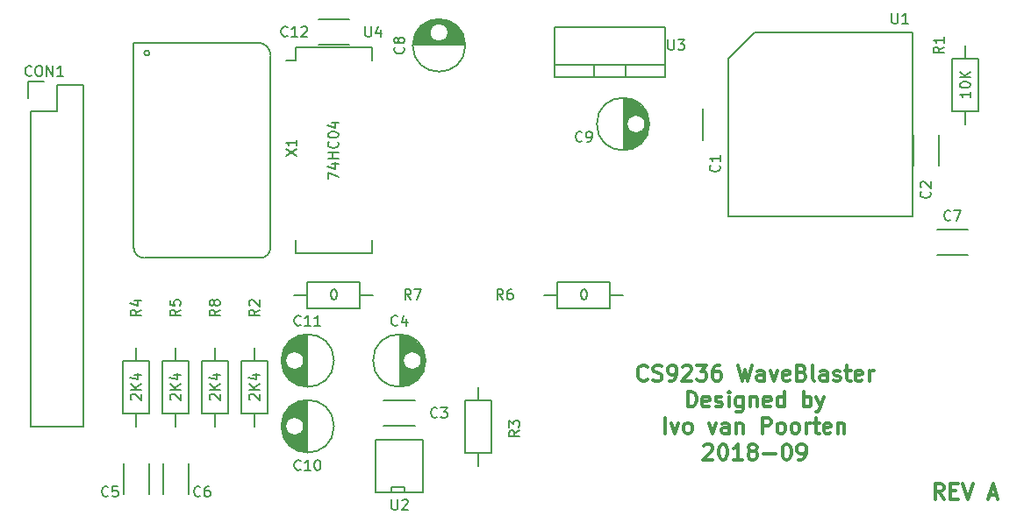
<source format=gbr>
G04 #@! TF.FileFunction,Legend,Top*
%FSLAX46Y46*%
G04 Gerber Fmt 4.6, Leading zero omitted, Abs format (unit mm)*
G04 Created by KiCad (PCBNEW 4.0.5+dfsg1-4) date Sat Oct  6 15:16:14 2018*
%MOMM*%
%LPD*%
G01*
G04 APERTURE LIST*
%ADD10C,0.100000*%
%ADD11C,0.300000*%
%ADD12C,0.150000*%
G04 APERTURE END LIST*
D10*
D11*
X170648572Y-102278571D02*
X170148572Y-101564286D01*
X169791429Y-102278571D02*
X169791429Y-100778571D01*
X170362857Y-100778571D01*
X170505715Y-100850000D01*
X170577143Y-100921429D01*
X170648572Y-101064286D01*
X170648572Y-101278571D01*
X170577143Y-101421429D01*
X170505715Y-101492857D01*
X170362857Y-101564286D01*
X169791429Y-101564286D01*
X171291429Y-101492857D02*
X171791429Y-101492857D01*
X172005715Y-102278571D02*
X171291429Y-102278571D01*
X171291429Y-100778571D01*
X172005715Y-100778571D01*
X172434286Y-100778571D02*
X172934286Y-102278571D01*
X173434286Y-100778571D01*
X175005714Y-101850000D02*
X175720000Y-101850000D01*
X174862857Y-102278571D02*
X175362857Y-100778571D01*
X175862857Y-102278571D01*
X145900000Y-93378571D02*
X145900000Y-91878571D01*
X146257143Y-91878571D01*
X146471428Y-91950000D01*
X146614286Y-92092857D01*
X146685714Y-92235714D01*
X146757143Y-92521429D01*
X146757143Y-92735714D01*
X146685714Y-93021429D01*
X146614286Y-93164286D01*
X146471428Y-93307143D01*
X146257143Y-93378571D01*
X145900000Y-93378571D01*
X147971428Y-93307143D02*
X147828571Y-93378571D01*
X147542857Y-93378571D01*
X147400000Y-93307143D01*
X147328571Y-93164286D01*
X147328571Y-92592857D01*
X147400000Y-92450000D01*
X147542857Y-92378571D01*
X147828571Y-92378571D01*
X147971428Y-92450000D01*
X148042857Y-92592857D01*
X148042857Y-92735714D01*
X147328571Y-92878571D01*
X148614285Y-93307143D02*
X148757142Y-93378571D01*
X149042857Y-93378571D01*
X149185714Y-93307143D01*
X149257142Y-93164286D01*
X149257142Y-93092857D01*
X149185714Y-92950000D01*
X149042857Y-92878571D01*
X148828571Y-92878571D01*
X148685714Y-92807143D01*
X148614285Y-92664286D01*
X148614285Y-92592857D01*
X148685714Y-92450000D01*
X148828571Y-92378571D01*
X149042857Y-92378571D01*
X149185714Y-92450000D01*
X149900000Y-93378571D02*
X149900000Y-92378571D01*
X149900000Y-91878571D02*
X149828571Y-91950000D01*
X149900000Y-92021429D01*
X149971428Y-91950000D01*
X149900000Y-91878571D01*
X149900000Y-92021429D01*
X151257143Y-92378571D02*
X151257143Y-93592857D01*
X151185714Y-93735714D01*
X151114286Y-93807143D01*
X150971429Y-93878571D01*
X150757143Y-93878571D01*
X150614286Y-93807143D01*
X151257143Y-93307143D02*
X151114286Y-93378571D01*
X150828572Y-93378571D01*
X150685714Y-93307143D01*
X150614286Y-93235714D01*
X150542857Y-93092857D01*
X150542857Y-92664286D01*
X150614286Y-92521429D01*
X150685714Y-92450000D01*
X150828572Y-92378571D01*
X151114286Y-92378571D01*
X151257143Y-92450000D01*
X151971429Y-92378571D02*
X151971429Y-93378571D01*
X151971429Y-92521429D02*
X152042857Y-92450000D01*
X152185715Y-92378571D01*
X152400000Y-92378571D01*
X152542857Y-92450000D01*
X152614286Y-92592857D01*
X152614286Y-93378571D01*
X153900000Y-93307143D02*
X153757143Y-93378571D01*
X153471429Y-93378571D01*
X153328572Y-93307143D01*
X153257143Y-93164286D01*
X153257143Y-92592857D01*
X153328572Y-92450000D01*
X153471429Y-92378571D01*
X153757143Y-92378571D01*
X153900000Y-92450000D01*
X153971429Y-92592857D01*
X153971429Y-92735714D01*
X153257143Y-92878571D01*
X155257143Y-93378571D02*
X155257143Y-91878571D01*
X155257143Y-93307143D02*
X155114286Y-93378571D01*
X154828572Y-93378571D01*
X154685714Y-93307143D01*
X154614286Y-93235714D01*
X154542857Y-93092857D01*
X154542857Y-92664286D01*
X154614286Y-92521429D01*
X154685714Y-92450000D01*
X154828572Y-92378571D01*
X155114286Y-92378571D01*
X155257143Y-92450000D01*
X157114286Y-93378571D02*
X157114286Y-91878571D01*
X157114286Y-92450000D02*
X157257143Y-92378571D01*
X157542857Y-92378571D01*
X157685714Y-92450000D01*
X157757143Y-92521429D01*
X157828572Y-92664286D01*
X157828572Y-93092857D01*
X157757143Y-93235714D01*
X157685714Y-93307143D01*
X157542857Y-93378571D01*
X157257143Y-93378571D01*
X157114286Y-93307143D01*
X158328572Y-92378571D02*
X158685715Y-93378571D01*
X159042857Y-92378571D02*
X158685715Y-93378571D01*
X158542857Y-93735714D01*
X158471429Y-93807143D01*
X158328572Y-93878571D01*
X143757143Y-95928571D02*
X143757143Y-94428571D01*
X144328572Y-94928571D02*
X144685715Y-95928571D01*
X145042857Y-94928571D01*
X145828572Y-95928571D02*
X145685714Y-95857143D01*
X145614286Y-95785714D01*
X145542857Y-95642857D01*
X145542857Y-95214286D01*
X145614286Y-95071429D01*
X145685714Y-95000000D01*
X145828572Y-94928571D01*
X146042857Y-94928571D01*
X146185714Y-95000000D01*
X146257143Y-95071429D01*
X146328572Y-95214286D01*
X146328572Y-95642857D01*
X146257143Y-95785714D01*
X146185714Y-95857143D01*
X146042857Y-95928571D01*
X145828572Y-95928571D01*
X147971429Y-94928571D02*
X148328572Y-95928571D01*
X148685714Y-94928571D01*
X149900000Y-95928571D02*
X149900000Y-95142857D01*
X149828571Y-95000000D01*
X149685714Y-94928571D01*
X149400000Y-94928571D01*
X149257143Y-95000000D01*
X149900000Y-95857143D02*
X149757143Y-95928571D01*
X149400000Y-95928571D01*
X149257143Y-95857143D01*
X149185714Y-95714286D01*
X149185714Y-95571429D01*
X149257143Y-95428571D01*
X149400000Y-95357143D01*
X149757143Y-95357143D01*
X149900000Y-95285714D01*
X150614286Y-94928571D02*
X150614286Y-95928571D01*
X150614286Y-95071429D02*
X150685714Y-95000000D01*
X150828572Y-94928571D01*
X151042857Y-94928571D01*
X151185714Y-95000000D01*
X151257143Y-95142857D01*
X151257143Y-95928571D01*
X153114286Y-95928571D02*
X153114286Y-94428571D01*
X153685714Y-94428571D01*
X153828572Y-94500000D01*
X153900000Y-94571429D01*
X153971429Y-94714286D01*
X153971429Y-94928571D01*
X153900000Y-95071429D01*
X153828572Y-95142857D01*
X153685714Y-95214286D01*
X153114286Y-95214286D01*
X154828572Y-95928571D02*
X154685714Y-95857143D01*
X154614286Y-95785714D01*
X154542857Y-95642857D01*
X154542857Y-95214286D01*
X154614286Y-95071429D01*
X154685714Y-95000000D01*
X154828572Y-94928571D01*
X155042857Y-94928571D01*
X155185714Y-95000000D01*
X155257143Y-95071429D01*
X155328572Y-95214286D01*
X155328572Y-95642857D01*
X155257143Y-95785714D01*
X155185714Y-95857143D01*
X155042857Y-95928571D01*
X154828572Y-95928571D01*
X156185715Y-95928571D02*
X156042857Y-95857143D01*
X155971429Y-95785714D01*
X155900000Y-95642857D01*
X155900000Y-95214286D01*
X155971429Y-95071429D01*
X156042857Y-95000000D01*
X156185715Y-94928571D01*
X156400000Y-94928571D01*
X156542857Y-95000000D01*
X156614286Y-95071429D01*
X156685715Y-95214286D01*
X156685715Y-95642857D01*
X156614286Y-95785714D01*
X156542857Y-95857143D01*
X156400000Y-95928571D01*
X156185715Y-95928571D01*
X157328572Y-95928571D02*
X157328572Y-94928571D01*
X157328572Y-95214286D02*
X157400000Y-95071429D01*
X157471429Y-95000000D01*
X157614286Y-94928571D01*
X157757143Y-94928571D01*
X158042857Y-94928571D02*
X158614286Y-94928571D01*
X158257143Y-94428571D02*
X158257143Y-95714286D01*
X158328571Y-95857143D01*
X158471429Y-95928571D01*
X158614286Y-95928571D01*
X159685714Y-95857143D02*
X159542857Y-95928571D01*
X159257143Y-95928571D01*
X159114286Y-95857143D01*
X159042857Y-95714286D01*
X159042857Y-95142857D01*
X159114286Y-95000000D01*
X159257143Y-94928571D01*
X159542857Y-94928571D01*
X159685714Y-95000000D01*
X159757143Y-95142857D01*
X159757143Y-95285714D01*
X159042857Y-95428571D01*
X160400000Y-94928571D02*
X160400000Y-95928571D01*
X160400000Y-95071429D02*
X160471428Y-95000000D01*
X160614286Y-94928571D01*
X160828571Y-94928571D01*
X160971428Y-95000000D01*
X161042857Y-95142857D01*
X161042857Y-95928571D01*
X147471430Y-97121429D02*
X147542859Y-97050000D01*
X147685716Y-96978571D01*
X148042859Y-96978571D01*
X148185716Y-97050000D01*
X148257145Y-97121429D01*
X148328573Y-97264286D01*
X148328573Y-97407143D01*
X148257145Y-97621429D01*
X147400002Y-98478571D01*
X148328573Y-98478571D01*
X149257144Y-96978571D02*
X149400001Y-96978571D01*
X149542858Y-97050000D01*
X149614287Y-97121429D01*
X149685716Y-97264286D01*
X149757144Y-97550000D01*
X149757144Y-97907143D01*
X149685716Y-98192857D01*
X149614287Y-98335714D01*
X149542858Y-98407143D01*
X149400001Y-98478571D01*
X149257144Y-98478571D01*
X149114287Y-98407143D01*
X149042858Y-98335714D01*
X148971430Y-98192857D01*
X148900001Y-97907143D01*
X148900001Y-97550000D01*
X148971430Y-97264286D01*
X149042858Y-97121429D01*
X149114287Y-97050000D01*
X149257144Y-96978571D01*
X151185715Y-98478571D02*
X150328572Y-98478571D01*
X150757144Y-98478571D02*
X150757144Y-96978571D01*
X150614287Y-97192857D01*
X150471429Y-97335714D01*
X150328572Y-97407143D01*
X152042858Y-97621429D02*
X151900000Y-97550000D01*
X151828572Y-97478571D01*
X151757143Y-97335714D01*
X151757143Y-97264286D01*
X151828572Y-97121429D01*
X151900000Y-97050000D01*
X152042858Y-96978571D01*
X152328572Y-96978571D01*
X152471429Y-97050000D01*
X152542858Y-97121429D01*
X152614286Y-97264286D01*
X152614286Y-97335714D01*
X152542858Y-97478571D01*
X152471429Y-97550000D01*
X152328572Y-97621429D01*
X152042858Y-97621429D01*
X151900000Y-97692857D01*
X151828572Y-97764286D01*
X151757143Y-97907143D01*
X151757143Y-98192857D01*
X151828572Y-98335714D01*
X151900000Y-98407143D01*
X152042858Y-98478571D01*
X152328572Y-98478571D01*
X152471429Y-98407143D01*
X152542858Y-98335714D01*
X152614286Y-98192857D01*
X152614286Y-97907143D01*
X152542858Y-97764286D01*
X152471429Y-97692857D01*
X152328572Y-97621429D01*
X153257143Y-97907143D02*
X154400000Y-97907143D01*
X155400000Y-96978571D02*
X155542857Y-96978571D01*
X155685714Y-97050000D01*
X155757143Y-97121429D01*
X155828572Y-97264286D01*
X155900000Y-97550000D01*
X155900000Y-97907143D01*
X155828572Y-98192857D01*
X155757143Y-98335714D01*
X155685714Y-98407143D01*
X155542857Y-98478571D01*
X155400000Y-98478571D01*
X155257143Y-98407143D01*
X155185714Y-98335714D01*
X155114286Y-98192857D01*
X155042857Y-97907143D01*
X155042857Y-97550000D01*
X155114286Y-97264286D01*
X155185714Y-97121429D01*
X155257143Y-97050000D01*
X155400000Y-96978571D01*
X156614285Y-98478571D02*
X156900000Y-98478571D01*
X157042857Y-98407143D01*
X157114285Y-98335714D01*
X157257143Y-98121429D01*
X157328571Y-97835714D01*
X157328571Y-97264286D01*
X157257143Y-97121429D01*
X157185714Y-97050000D01*
X157042857Y-96978571D01*
X156757143Y-96978571D01*
X156614285Y-97050000D01*
X156542857Y-97121429D01*
X156471428Y-97264286D01*
X156471428Y-97621429D01*
X156542857Y-97764286D01*
X156614285Y-97835714D01*
X156757143Y-97907143D01*
X157042857Y-97907143D01*
X157185714Y-97835714D01*
X157257143Y-97764286D01*
X157328571Y-97621429D01*
X142007145Y-90705714D02*
X141935716Y-90777143D01*
X141721430Y-90848571D01*
X141578573Y-90848571D01*
X141364288Y-90777143D01*
X141221430Y-90634286D01*
X141150002Y-90491429D01*
X141078573Y-90205714D01*
X141078573Y-89991429D01*
X141150002Y-89705714D01*
X141221430Y-89562857D01*
X141364288Y-89420000D01*
X141578573Y-89348571D01*
X141721430Y-89348571D01*
X141935716Y-89420000D01*
X142007145Y-89491429D01*
X142578573Y-90777143D02*
X142792859Y-90848571D01*
X143150002Y-90848571D01*
X143292859Y-90777143D01*
X143364288Y-90705714D01*
X143435716Y-90562857D01*
X143435716Y-90420000D01*
X143364288Y-90277143D01*
X143292859Y-90205714D01*
X143150002Y-90134286D01*
X142864288Y-90062857D01*
X142721430Y-89991429D01*
X142650002Y-89920000D01*
X142578573Y-89777143D01*
X142578573Y-89634286D01*
X142650002Y-89491429D01*
X142721430Y-89420000D01*
X142864288Y-89348571D01*
X143221430Y-89348571D01*
X143435716Y-89420000D01*
X144150001Y-90848571D02*
X144435716Y-90848571D01*
X144578573Y-90777143D01*
X144650001Y-90705714D01*
X144792859Y-90491429D01*
X144864287Y-90205714D01*
X144864287Y-89634286D01*
X144792859Y-89491429D01*
X144721430Y-89420000D01*
X144578573Y-89348571D01*
X144292859Y-89348571D01*
X144150001Y-89420000D01*
X144078573Y-89491429D01*
X144007144Y-89634286D01*
X144007144Y-89991429D01*
X144078573Y-90134286D01*
X144150001Y-90205714D01*
X144292859Y-90277143D01*
X144578573Y-90277143D01*
X144721430Y-90205714D01*
X144792859Y-90134286D01*
X144864287Y-89991429D01*
X145435715Y-89491429D02*
X145507144Y-89420000D01*
X145650001Y-89348571D01*
X146007144Y-89348571D01*
X146150001Y-89420000D01*
X146221430Y-89491429D01*
X146292858Y-89634286D01*
X146292858Y-89777143D01*
X146221430Y-89991429D01*
X145364287Y-90848571D01*
X146292858Y-90848571D01*
X146792858Y-89348571D02*
X147721429Y-89348571D01*
X147221429Y-89920000D01*
X147435715Y-89920000D01*
X147578572Y-89991429D01*
X147650001Y-90062857D01*
X147721429Y-90205714D01*
X147721429Y-90562857D01*
X147650001Y-90705714D01*
X147578572Y-90777143D01*
X147435715Y-90848571D01*
X147007143Y-90848571D01*
X146864286Y-90777143D01*
X146792858Y-90705714D01*
X149007143Y-89348571D02*
X148721429Y-89348571D01*
X148578572Y-89420000D01*
X148507143Y-89491429D01*
X148364286Y-89705714D01*
X148292857Y-89991429D01*
X148292857Y-90562857D01*
X148364286Y-90705714D01*
X148435714Y-90777143D01*
X148578572Y-90848571D01*
X148864286Y-90848571D01*
X149007143Y-90777143D01*
X149078572Y-90705714D01*
X149150000Y-90562857D01*
X149150000Y-90205714D01*
X149078572Y-90062857D01*
X149007143Y-89991429D01*
X148864286Y-89920000D01*
X148578572Y-89920000D01*
X148435714Y-89991429D01*
X148364286Y-90062857D01*
X148292857Y-90205714D01*
X150792857Y-89348571D02*
X151150000Y-90848571D01*
X151435714Y-89777143D01*
X151721428Y-90848571D01*
X152078571Y-89348571D01*
X153292857Y-90848571D02*
X153292857Y-90062857D01*
X153221428Y-89920000D01*
X153078571Y-89848571D01*
X152792857Y-89848571D01*
X152650000Y-89920000D01*
X153292857Y-90777143D02*
X153150000Y-90848571D01*
X152792857Y-90848571D01*
X152650000Y-90777143D01*
X152578571Y-90634286D01*
X152578571Y-90491429D01*
X152650000Y-90348571D01*
X152792857Y-90277143D01*
X153150000Y-90277143D01*
X153292857Y-90205714D01*
X153864286Y-89848571D02*
X154221429Y-90848571D01*
X154578571Y-89848571D01*
X155721428Y-90777143D02*
X155578571Y-90848571D01*
X155292857Y-90848571D01*
X155150000Y-90777143D01*
X155078571Y-90634286D01*
X155078571Y-90062857D01*
X155150000Y-89920000D01*
X155292857Y-89848571D01*
X155578571Y-89848571D01*
X155721428Y-89920000D01*
X155792857Y-90062857D01*
X155792857Y-90205714D01*
X155078571Y-90348571D01*
X156935714Y-90062857D02*
X157150000Y-90134286D01*
X157221428Y-90205714D01*
X157292857Y-90348571D01*
X157292857Y-90562857D01*
X157221428Y-90705714D01*
X157150000Y-90777143D01*
X157007142Y-90848571D01*
X156435714Y-90848571D01*
X156435714Y-89348571D01*
X156935714Y-89348571D01*
X157078571Y-89420000D01*
X157150000Y-89491429D01*
X157221428Y-89634286D01*
X157221428Y-89777143D01*
X157150000Y-89920000D01*
X157078571Y-89991429D01*
X156935714Y-90062857D01*
X156435714Y-90062857D01*
X158150000Y-90848571D02*
X158007142Y-90777143D01*
X157935714Y-90634286D01*
X157935714Y-89348571D01*
X159364285Y-90848571D02*
X159364285Y-90062857D01*
X159292856Y-89920000D01*
X159149999Y-89848571D01*
X158864285Y-89848571D01*
X158721428Y-89920000D01*
X159364285Y-90777143D02*
X159221428Y-90848571D01*
X158864285Y-90848571D01*
X158721428Y-90777143D01*
X158649999Y-90634286D01*
X158649999Y-90491429D01*
X158721428Y-90348571D01*
X158864285Y-90277143D01*
X159221428Y-90277143D01*
X159364285Y-90205714D01*
X160007142Y-90777143D02*
X160149999Y-90848571D01*
X160435714Y-90848571D01*
X160578571Y-90777143D01*
X160649999Y-90634286D01*
X160649999Y-90562857D01*
X160578571Y-90420000D01*
X160435714Y-90348571D01*
X160221428Y-90348571D01*
X160078571Y-90277143D01*
X160007142Y-90134286D01*
X160007142Y-90062857D01*
X160078571Y-89920000D01*
X160221428Y-89848571D01*
X160435714Y-89848571D01*
X160578571Y-89920000D01*
X161078571Y-89848571D02*
X161650000Y-89848571D01*
X161292857Y-89348571D02*
X161292857Y-90634286D01*
X161364285Y-90777143D01*
X161507143Y-90848571D01*
X161650000Y-90848571D01*
X162721428Y-90777143D02*
X162578571Y-90848571D01*
X162292857Y-90848571D01*
X162150000Y-90777143D01*
X162078571Y-90634286D01*
X162078571Y-90062857D01*
X162150000Y-89920000D01*
X162292857Y-89848571D01*
X162578571Y-89848571D01*
X162721428Y-89920000D01*
X162792857Y-90062857D01*
X162792857Y-90205714D01*
X162078571Y-90348571D01*
X163435714Y-90848571D02*
X163435714Y-89848571D01*
X163435714Y-90134286D02*
X163507142Y-89991429D01*
X163578571Y-89920000D01*
X163721428Y-89848571D01*
X163864285Y-89848571D01*
D12*
X93980000Y-59182000D02*
G75*
G03X93980000Y-59182000I-254000J0D01*
G01*
X104460040Y-58181240D02*
X92461080Y-58181240D01*
X92461080Y-77980540D02*
X92461080Y-58181240D01*
X104660700Y-78978760D02*
X93560900Y-78978760D01*
X105658920Y-59479180D02*
X105658920Y-77980540D01*
X104660700Y-78978760D02*
G75*
G03X105658920Y-77980540I0J998220D01*
G01*
X105658920Y-59375040D02*
G75*
G03X104460040Y-58176160I-1198880J0D01*
G01*
X92461080Y-77980540D02*
G75*
G03X93459300Y-78978760I998220J0D01*
G01*
X147340000Y-67560000D02*
X147340000Y-64560000D01*
X149840000Y-64560000D02*
X149840000Y-67560000D01*
X170160000Y-67060000D02*
X170160000Y-70060000D01*
X167660000Y-70060000D02*
X167660000Y-67060000D01*
X116590000Y-92730000D02*
X119590000Y-92730000D01*
X119590000Y-95230000D02*
X116590000Y-95230000D01*
X118165000Y-86401000D02*
X118165000Y-91399000D01*
X118305000Y-86409000D02*
X118305000Y-91391000D01*
X118445000Y-86425000D02*
X118445000Y-88805000D01*
X118445000Y-88995000D02*
X118445000Y-91375000D01*
X118585000Y-86449000D02*
X118585000Y-88410000D01*
X118585000Y-89390000D02*
X118585000Y-91351000D01*
X118725000Y-86482000D02*
X118725000Y-88243000D01*
X118725000Y-89557000D02*
X118725000Y-91318000D01*
X118865000Y-86523000D02*
X118865000Y-88136000D01*
X118865000Y-89664000D02*
X118865000Y-91277000D01*
X119005000Y-86573000D02*
X119005000Y-88065000D01*
X119005000Y-89735000D02*
X119005000Y-91227000D01*
X119145000Y-86634000D02*
X119145000Y-88021000D01*
X119145000Y-89779000D02*
X119145000Y-91166000D01*
X119285000Y-86704000D02*
X119285000Y-88002000D01*
X119285000Y-89798000D02*
X119285000Y-91096000D01*
X119425000Y-86786000D02*
X119425000Y-88004000D01*
X119425000Y-89796000D02*
X119425000Y-91014000D01*
X119565000Y-86881000D02*
X119565000Y-88029000D01*
X119565000Y-89771000D02*
X119565000Y-90919000D01*
X119705000Y-86992000D02*
X119705000Y-88077000D01*
X119705000Y-89723000D02*
X119705000Y-90808000D01*
X119845000Y-87120000D02*
X119845000Y-88155000D01*
X119845000Y-89645000D02*
X119845000Y-90680000D01*
X119985000Y-87269000D02*
X119985000Y-88272000D01*
X119985000Y-89528000D02*
X119985000Y-90531000D01*
X120125000Y-87448000D02*
X120125000Y-88460000D01*
X120125000Y-89340000D02*
X120125000Y-90352000D01*
X120265000Y-87667000D02*
X120265000Y-90133000D01*
X120405000Y-87956000D02*
X120405000Y-89844000D01*
X120545000Y-88428000D02*
X120545000Y-89372000D01*
X120240000Y-88900000D02*
G75*
G03X120240000Y-88900000I-900000J0D01*
G01*
X120627500Y-88900000D02*
G75*
G03X120627500Y-88900000I-2537500J0D01*
G01*
X93960000Y-98810000D02*
X93960000Y-101810000D01*
X91460000Y-101810000D02*
X91460000Y-98810000D01*
X97770000Y-98810000D02*
X97770000Y-101810000D01*
X95270000Y-101810000D02*
X95270000Y-98810000D01*
X172970000Y-78720000D02*
X169970000Y-78720000D01*
X169970000Y-76220000D02*
X172970000Y-76220000D01*
X119421000Y-58365000D02*
X124419000Y-58365000D01*
X119429000Y-58225000D02*
X124411000Y-58225000D01*
X119445000Y-58085000D02*
X121825000Y-58085000D01*
X122015000Y-58085000D02*
X124395000Y-58085000D01*
X119469000Y-57945000D02*
X121430000Y-57945000D01*
X122410000Y-57945000D02*
X124371000Y-57945000D01*
X119502000Y-57805000D02*
X121263000Y-57805000D01*
X122577000Y-57805000D02*
X124338000Y-57805000D01*
X119543000Y-57665000D02*
X121156000Y-57665000D01*
X122684000Y-57665000D02*
X124297000Y-57665000D01*
X119593000Y-57525000D02*
X121085000Y-57525000D01*
X122755000Y-57525000D02*
X124247000Y-57525000D01*
X119654000Y-57385000D02*
X121041000Y-57385000D01*
X122799000Y-57385000D02*
X124186000Y-57385000D01*
X119724000Y-57245000D02*
X121022000Y-57245000D01*
X122818000Y-57245000D02*
X124116000Y-57245000D01*
X119806000Y-57105000D02*
X121024000Y-57105000D01*
X122816000Y-57105000D02*
X124034000Y-57105000D01*
X119901000Y-56965000D02*
X121049000Y-56965000D01*
X122791000Y-56965000D02*
X123939000Y-56965000D01*
X120012000Y-56825000D02*
X121097000Y-56825000D01*
X122743000Y-56825000D02*
X123828000Y-56825000D01*
X120140000Y-56685000D02*
X121175000Y-56685000D01*
X122665000Y-56685000D02*
X123700000Y-56685000D01*
X120289000Y-56545000D02*
X121292000Y-56545000D01*
X122548000Y-56545000D02*
X123551000Y-56545000D01*
X120468000Y-56405000D02*
X121480000Y-56405000D01*
X122360000Y-56405000D02*
X123372000Y-56405000D01*
X120687000Y-56265000D02*
X123153000Y-56265000D01*
X120976000Y-56125000D02*
X122864000Y-56125000D01*
X121448000Y-55985000D02*
X122392000Y-55985000D01*
X122820000Y-57190000D02*
G75*
G03X122820000Y-57190000I-900000J0D01*
G01*
X124457500Y-58440000D02*
G75*
G03X124457500Y-58440000I-2537500J0D01*
G01*
X139755000Y-63541000D02*
X139755000Y-68539000D01*
X139895000Y-63549000D02*
X139895000Y-68531000D01*
X140035000Y-63565000D02*
X140035000Y-65945000D01*
X140035000Y-66135000D02*
X140035000Y-68515000D01*
X140175000Y-63589000D02*
X140175000Y-65550000D01*
X140175000Y-66530000D02*
X140175000Y-68491000D01*
X140315000Y-63622000D02*
X140315000Y-65383000D01*
X140315000Y-66697000D02*
X140315000Y-68458000D01*
X140455000Y-63663000D02*
X140455000Y-65276000D01*
X140455000Y-66804000D02*
X140455000Y-68417000D01*
X140595000Y-63713000D02*
X140595000Y-65205000D01*
X140595000Y-66875000D02*
X140595000Y-68367000D01*
X140735000Y-63774000D02*
X140735000Y-65161000D01*
X140735000Y-66919000D02*
X140735000Y-68306000D01*
X140875000Y-63844000D02*
X140875000Y-65142000D01*
X140875000Y-66938000D02*
X140875000Y-68236000D01*
X141015000Y-63926000D02*
X141015000Y-65144000D01*
X141015000Y-66936000D02*
X141015000Y-68154000D01*
X141155000Y-64021000D02*
X141155000Y-65169000D01*
X141155000Y-66911000D02*
X141155000Y-68059000D01*
X141295000Y-64132000D02*
X141295000Y-65217000D01*
X141295000Y-66863000D02*
X141295000Y-67948000D01*
X141435000Y-64260000D02*
X141435000Y-65295000D01*
X141435000Y-66785000D02*
X141435000Y-67820000D01*
X141575000Y-64409000D02*
X141575000Y-65412000D01*
X141575000Y-66668000D02*
X141575000Y-67671000D01*
X141715000Y-64588000D02*
X141715000Y-65600000D01*
X141715000Y-66480000D02*
X141715000Y-67492000D01*
X141855000Y-64807000D02*
X141855000Y-67273000D01*
X141995000Y-65096000D02*
X141995000Y-66984000D01*
X142135000Y-65568000D02*
X142135000Y-66512000D01*
X141830000Y-66040000D02*
G75*
G03X141830000Y-66040000I-900000J0D01*
G01*
X142217500Y-66040000D02*
G75*
G03X142217500Y-66040000I-2537500J0D01*
G01*
X109165000Y-97749000D02*
X109165000Y-92751000D01*
X109025000Y-97741000D02*
X109025000Y-92759000D01*
X108885000Y-97725000D02*
X108885000Y-95345000D01*
X108885000Y-95155000D02*
X108885000Y-92775000D01*
X108745000Y-97701000D02*
X108745000Y-95740000D01*
X108745000Y-94760000D02*
X108745000Y-92799000D01*
X108605000Y-97668000D02*
X108605000Y-95907000D01*
X108605000Y-94593000D02*
X108605000Y-92832000D01*
X108465000Y-97627000D02*
X108465000Y-96014000D01*
X108465000Y-94486000D02*
X108465000Y-92873000D01*
X108325000Y-97577000D02*
X108325000Y-96085000D01*
X108325000Y-94415000D02*
X108325000Y-92923000D01*
X108185000Y-97516000D02*
X108185000Y-96129000D01*
X108185000Y-94371000D02*
X108185000Y-92984000D01*
X108045000Y-97446000D02*
X108045000Y-96148000D01*
X108045000Y-94352000D02*
X108045000Y-93054000D01*
X107905000Y-97364000D02*
X107905000Y-96146000D01*
X107905000Y-94354000D02*
X107905000Y-93136000D01*
X107765000Y-97269000D02*
X107765000Y-96121000D01*
X107765000Y-94379000D02*
X107765000Y-93231000D01*
X107625000Y-97158000D02*
X107625000Y-96073000D01*
X107625000Y-94427000D02*
X107625000Y-93342000D01*
X107485000Y-97030000D02*
X107485000Y-95995000D01*
X107485000Y-94505000D02*
X107485000Y-93470000D01*
X107345000Y-96881000D02*
X107345000Y-95878000D01*
X107345000Y-94622000D02*
X107345000Y-93619000D01*
X107205000Y-96702000D02*
X107205000Y-95690000D01*
X107205000Y-94810000D02*
X107205000Y-93798000D01*
X107065000Y-96483000D02*
X107065000Y-94017000D01*
X106925000Y-96194000D02*
X106925000Y-94306000D01*
X106785000Y-95722000D02*
X106785000Y-94778000D01*
X108890000Y-95250000D02*
G75*
G03X108890000Y-95250000I-900000J0D01*
G01*
X111777500Y-95250000D02*
G75*
G03X111777500Y-95250000I-2537500J0D01*
G01*
X109165000Y-91399000D02*
X109165000Y-86401000D01*
X109025000Y-91391000D02*
X109025000Y-86409000D01*
X108885000Y-91375000D02*
X108885000Y-88995000D01*
X108885000Y-88805000D02*
X108885000Y-86425000D01*
X108745000Y-91351000D02*
X108745000Y-89390000D01*
X108745000Y-88410000D02*
X108745000Y-86449000D01*
X108605000Y-91318000D02*
X108605000Y-89557000D01*
X108605000Y-88243000D02*
X108605000Y-86482000D01*
X108465000Y-91277000D02*
X108465000Y-89664000D01*
X108465000Y-88136000D02*
X108465000Y-86523000D01*
X108325000Y-91227000D02*
X108325000Y-89735000D01*
X108325000Y-88065000D02*
X108325000Y-86573000D01*
X108185000Y-91166000D02*
X108185000Y-89779000D01*
X108185000Y-88021000D02*
X108185000Y-86634000D01*
X108045000Y-91096000D02*
X108045000Y-89798000D01*
X108045000Y-88002000D02*
X108045000Y-86704000D01*
X107905000Y-91014000D02*
X107905000Y-89796000D01*
X107905000Y-88004000D02*
X107905000Y-86786000D01*
X107765000Y-90919000D02*
X107765000Y-89771000D01*
X107765000Y-88029000D02*
X107765000Y-86881000D01*
X107625000Y-90808000D02*
X107625000Y-89723000D01*
X107625000Y-88077000D02*
X107625000Y-86992000D01*
X107485000Y-90680000D02*
X107485000Y-89645000D01*
X107485000Y-88155000D02*
X107485000Y-87120000D01*
X107345000Y-90531000D02*
X107345000Y-89528000D01*
X107345000Y-88272000D02*
X107345000Y-87269000D01*
X107205000Y-90352000D02*
X107205000Y-89340000D01*
X107205000Y-88460000D02*
X107205000Y-87448000D01*
X107065000Y-90133000D02*
X107065000Y-87667000D01*
X106925000Y-89844000D02*
X106925000Y-87956000D01*
X106785000Y-89372000D02*
X106785000Y-88428000D01*
X108890000Y-88900000D02*
G75*
G03X108890000Y-88900000I-900000J0D01*
G01*
X111777500Y-88900000D02*
G75*
G03X111777500Y-88900000I-2537500J0D01*
G01*
X87630000Y-62230000D02*
X87630000Y-95250000D01*
X82550000Y-64770000D02*
X82550000Y-95250000D01*
X87630000Y-95250000D02*
X82550000Y-95250000D01*
X87630000Y-62230000D02*
X85090000Y-62230000D01*
X83820000Y-61950000D02*
X82270000Y-61950000D01*
X85090000Y-62230000D02*
X85090000Y-64770000D01*
X85090000Y-64770000D02*
X82550000Y-64770000D01*
X82270000Y-61950000D02*
X82270000Y-63500000D01*
X152400000Y-57150000D02*
X149860000Y-59690000D01*
X149860000Y-59690000D02*
X149860000Y-74930000D01*
X149860000Y-74930000D02*
X167640000Y-74930000D01*
X167640000Y-74930000D02*
X167640000Y-57150000D01*
X167640000Y-57150000D02*
X152400000Y-57150000D01*
X115824000Y-101600000D02*
X115824000Y-96520000D01*
X115824000Y-96520000D02*
X120396000Y-96520000D01*
X120396000Y-96520000D02*
X120396000Y-101600000D01*
X120396000Y-101600000D02*
X115824000Y-101600000D01*
X117348000Y-101600000D02*
X117348000Y-101092000D01*
X117348000Y-101092000D02*
X118618000Y-101092000D01*
X118618000Y-101092000D02*
X118618000Y-101600000D01*
X139954000Y-61468000D02*
X139954000Y-60325000D01*
X136906000Y-61468000D02*
X136906000Y-60325000D01*
X133096000Y-60325000D02*
X133096000Y-56642000D01*
X133096000Y-56642000D02*
X143764000Y-56642000D01*
X143764000Y-56642000D02*
X143764000Y-60325000D01*
X133096000Y-61468000D02*
X133096000Y-60325000D01*
X133096000Y-60325000D02*
X143764000Y-60325000D01*
X143764000Y-60325000D02*
X143764000Y-61468000D01*
X138430000Y-61468000D02*
X143764000Y-61468000D01*
X138430000Y-61468000D02*
X133096000Y-61468000D01*
X108085000Y-58665000D02*
X108085000Y-59935000D01*
X115435000Y-58665000D02*
X115435000Y-59935000D01*
X115435000Y-78495000D02*
X115435000Y-77225000D01*
X108085000Y-78495000D02*
X108085000Y-77225000D01*
X108085000Y-58665000D02*
X115435000Y-58665000D01*
X108085000Y-78495000D02*
X115435000Y-78495000D01*
X108085000Y-59935000D02*
X107150000Y-59935000D01*
X113280000Y-58400000D02*
X110280000Y-58400000D01*
X110280000Y-55900000D02*
X113280000Y-55900000D01*
X173990000Y-59690000D02*
X173990000Y-64770000D01*
X173990000Y-64770000D02*
X171450000Y-64770000D01*
X171450000Y-64770000D02*
X171450000Y-59690000D01*
X171450000Y-59690000D02*
X173990000Y-59690000D01*
X172720000Y-59690000D02*
X172720000Y-58420000D01*
X172720000Y-64770000D02*
X172720000Y-66040000D01*
X105410000Y-88900000D02*
X105410000Y-93980000D01*
X105410000Y-93980000D02*
X102870000Y-93980000D01*
X102870000Y-93980000D02*
X102870000Y-88900000D01*
X102870000Y-88900000D02*
X105410000Y-88900000D01*
X104140000Y-88900000D02*
X104140000Y-87630000D01*
X104140000Y-93980000D02*
X104140000Y-95250000D01*
X127000000Y-92710000D02*
X127000000Y-97790000D01*
X127000000Y-97790000D02*
X124460000Y-97790000D01*
X124460000Y-97790000D02*
X124460000Y-92710000D01*
X124460000Y-92710000D02*
X127000000Y-92710000D01*
X125730000Y-92710000D02*
X125730000Y-91440000D01*
X125730000Y-97790000D02*
X125730000Y-99060000D01*
X91440000Y-93980000D02*
X91440000Y-88900000D01*
X91440000Y-88900000D02*
X93980000Y-88900000D01*
X93980000Y-88900000D02*
X93980000Y-93980000D01*
X93980000Y-93980000D02*
X91440000Y-93980000D01*
X92710000Y-93980000D02*
X92710000Y-95250000D01*
X92710000Y-88900000D02*
X92710000Y-87630000D01*
X95250000Y-93980000D02*
X95250000Y-88900000D01*
X95250000Y-88900000D02*
X97790000Y-88900000D01*
X97790000Y-88900000D02*
X97790000Y-93980000D01*
X97790000Y-93980000D02*
X95250000Y-93980000D01*
X96520000Y-93980000D02*
X96520000Y-95250000D01*
X96520000Y-88900000D02*
X96520000Y-87630000D01*
X133350000Y-81280000D02*
X138430000Y-81280000D01*
X138430000Y-81280000D02*
X138430000Y-83820000D01*
X138430000Y-83820000D02*
X133350000Y-83820000D01*
X133350000Y-83820000D02*
X133350000Y-81280000D01*
X133350000Y-82550000D02*
X132080000Y-82550000D01*
X138430000Y-82550000D02*
X139700000Y-82550000D01*
X114300000Y-83820000D02*
X109220000Y-83820000D01*
X109220000Y-83820000D02*
X109220000Y-81280000D01*
X109220000Y-81280000D02*
X114300000Y-81280000D01*
X114300000Y-81280000D02*
X114300000Y-83820000D01*
X114300000Y-82550000D02*
X115570000Y-82550000D01*
X109220000Y-82550000D02*
X107950000Y-82550000D01*
X101600000Y-88900000D02*
X101600000Y-93980000D01*
X101600000Y-93980000D02*
X99060000Y-93980000D01*
X99060000Y-93980000D02*
X99060000Y-88900000D01*
X99060000Y-88900000D02*
X101600000Y-88900000D01*
X100330000Y-88900000D02*
X100330000Y-87630000D01*
X100330000Y-93980000D02*
X100330000Y-95250000D01*
X107148381Y-69135524D02*
X108148381Y-68468857D01*
X107148381Y-68468857D02*
X108148381Y-69135524D01*
X108148381Y-67564095D02*
X108148381Y-68135524D01*
X108148381Y-67849810D02*
X107148381Y-67849810D01*
X107291238Y-67945048D01*
X107386476Y-68040286D01*
X107434095Y-68135524D01*
X148947143Y-70016666D02*
X148994762Y-70064285D01*
X149042381Y-70207142D01*
X149042381Y-70302380D01*
X148994762Y-70445238D01*
X148899524Y-70540476D01*
X148804286Y-70588095D01*
X148613810Y-70635714D01*
X148470952Y-70635714D01*
X148280476Y-70588095D01*
X148185238Y-70540476D01*
X148090000Y-70445238D01*
X148042381Y-70302380D01*
X148042381Y-70207142D01*
X148090000Y-70064285D01*
X148137619Y-70016666D01*
X149042381Y-69064285D02*
X149042381Y-69635714D01*
X149042381Y-69350000D02*
X148042381Y-69350000D01*
X148185238Y-69445238D01*
X148280476Y-69540476D01*
X148328095Y-69635714D01*
X169267143Y-72556666D02*
X169314762Y-72604285D01*
X169362381Y-72747142D01*
X169362381Y-72842380D01*
X169314762Y-72985238D01*
X169219524Y-73080476D01*
X169124286Y-73128095D01*
X168933810Y-73175714D01*
X168790952Y-73175714D01*
X168600476Y-73128095D01*
X168505238Y-73080476D01*
X168410000Y-72985238D01*
X168362381Y-72842380D01*
X168362381Y-72747142D01*
X168410000Y-72604285D01*
X168457619Y-72556666D01*
X168457619Y-72175714D02*
X168410000Y-72128095D01*
X168362381Y-72032857D01*
X168362381Y-71794761D01*
X168410000Y-71699523D01*
X168457619Y-71651904D01*
X168552857Y-71604285D01*
X168648095Y-71604285D01*
X168790952Y-71651904D01*
X169362381Y-72223333D01*
X169362381Y-71604285D01*
X121753334Y-94337143D02*
X121705715Y-94384762D01*
X121562858Y-94432381D01*
X121467620Y-94432381D01*
X121324762Y-94384762D01*
X121229524Y-94289524D01*
X121181905Y-94194286D01*
X121134286Y-94003810D01*
X121134286Y-93860952D01*
X121181905Y-93670476D01*
X121229524Y-93575238D01*
X121324762Y-93480000D01*
X121467620Y-93432381D01*
X121562858Y-93432381D01*
X121705715Y-93480000D01*
X121753334Y-93527619D01*
X122086667Y-93432381D02*
X122705715Y-93432381D01*
X122372381Y-93813333D01*
X122515239Y-93813333D01*
X122610477Y-93860952D01*
X122658096Y-93908571D01*
X122705715Y-94003810D01*
X122705715Y-94241905D01*
X122658096Y-94337143D01*
X122610477Y-94384762D01*
X122515239Y-94432381D01*
X122229524Y-94432381D01*
X122134286Y-94384762D01*
X122086667Y-94337143D01*
X117923334Y-85457143D02*
X117875715Y-85504762D01*
X117732858Y-85552381D01*
X117637620Y-85552381D01*
X117494762Y-85504762D01*
X117399524Y-85409524D01*
X117351905Y-85314286D01*
X117304286Y-85123810D01*
X117304286Y-84980952D01*
X117351905Y-84790476D01*
X117399524Y-84695238D01*
X117494762Y-84600000D01*
X117637620Y-84552381D01*
X117732858Y-84552381D01*
X117875715Y-84600000D01*
X117923334Y-84647619D01*
X118780477Y-84885714D02*
X118780477Y-85552381D01*
X118542381Y-84504762D02*
X118304286Y-85219048D01*
X118923334Y-85219048D01*
X90003334Y-101957143D02*
X89955715Y-102004762D01*
X89812858Y-102052381D01*
X89717620Y-102052381D01*
X89574762Y-102004762D01*
X89479524Y-101909524D01*
X89431905Y-101814286D01*
X89384286Y-101623810D01*
X89384286Y-101480952D01*
X89431905Y-101290476D01*
X89479524Y-101195238D01*
X89574762Y-101100000D01*
X89717620Y-101052381D01*
X89812858Y-101052381D01*
X89955715Y-101100000D01*
X90003334Y-101147619D01*
X90908096Y-101052381D02*
X90431905Y-101052381D01*
X90384286Y-101528571D01*
X90431905Y-101480952D01*
X90527143Y-101433333D01*
X90765239Y-101433333D01*
X90860477Y-101480952D01*
X90908096Y-101528571D01*
X90955715Y-101623810D01*
X90955715Y-101861905D01*
X90908096Y-101957143D01*
X90860477Y-102004762D01*
X90765239Y-102052381D01*
X90527143Y-102052381D01*
X90431905Y-102004762D01*
X90384286Y-101957143D01*
X98893334Y-101957143D02*
X98845715Y-102004762D01*
X98702858Y-102052381D01*
X98607620Y-102052381D01*
X98464762Y-102004762D01*
X98369524Y-101909524D01*
X98321905Y-101814286D01*
X98274286Y-101623810D01*
X98274286Y-101480952D01*
X98321905Y-101290476D01*
X98369524Y-101195238D01*
X98464762Y-101100000D01*
X98607620Y-101052381D01*
X98702858Y-101052381D01*
X98845715Y-101100000D01*
X98893334Y-101147619D01*
X99750477Y-101052381D02*
X99560000Y-101052381D01*
X99464762Y-101100000D01*
X99417143Y-101147619D01*
X99321905Y-101290476D01*
X99274286Y-101480952D01*
X99274286Y-101861905D01*
X99321905Y-101957143D01*
X99369524Y-102004762D01*
X99464762Y-102052381D01*
X99655239Y-102052381D01*
X99750477Y-102004762D01*
X99798096Y-101957143D01*
X99845715Y-101861905D01*
X99845715Y-101623810D01*
X99798096Y-101528571D01*
X99750477Y-101480952D01*
X99655239Y-101433333D01*
X99464762Y-101433333D01*
X99369524Y-101480952D01*
X99321905Y-101528571D01*
X99274286Y-101623810D01*
X171283334Y-75287143D02*
X171235715Y-75334762D01*
X171092858Y-75382381D01*
X170997620Y-75382381D01*
X170854762Y-75334762D01*
X170759524Y-75239524D01*
X170711905Y-75144286D01*
X170664286Y-74953810D01*
X170664286Y-74810952D01*
X170711905Y-74620476D01*
X170759524Y-74525238D01*
X170854762Y-74430000D01*
X170997620Y-74382381D01*
X171092858Y-74382381D01*
X171235715Y-74430000D01*
X171283334Y-74477619D01*
X171616667Y-74382381D02*
X172283334Y-74382381D01*
X171854762Y-75382381D01*
X118477143Y-58606666D02*
X118524762Y-58654285D01*
X118572381Y-58797142D01*
X118572381Y-58892380D01*
X118524762Y-59035238D01*
X118429524Y-59130476D01*
X118334286Y-59178095D01*
X118143810Y-59225714D01*
X118000952Y-59225714D01*
X117810476Y-59178095D01*
X117715238Y-59130476D01*
X117620000Y-59035238D01*
X117572381Y-58892380D01*
X117572381Y-58797142D01*
X117620000Y-58654285D01*
X117667619Y-58606666D01*
X118000952Y-58035238D02*
X117953333Y-58130476D01*
X117905714Y-58178095D01*
X117810476Y-58225714D01*
X117762857Y-58225714D01*
X117667619Y-58178095D01*
X117620000Y-58130476D01*
X117572381Y-58035238D01*
X117572381Y-57844761D01*
X117620000Y-57749523D01*
X117667619Y-57701904D01*
X117762857Y-57654285D01*
X117810476Y-57654285D01*
X117905714Y-57701904D01*
X117953333Y-57749523D01*
X118000952Y-57844761D01*
X118000952Y-58035238D01*
X118048571Y-58130476D01*
X118096190Y-58178095D01*
X118191429Y-58225714D01*
X118381905Y-58225714D01*
X118477143Y-58178095D01*
X118524762Y-58130476D01*
X118572381Y-58035238D01*
X118572381Y-57844761D01*
X118524762Y-57749523D01*
X118477143Y-57701904D01*
X118381905Y-57654285D01*
X118191429Y-57654285D01*
X118096190Y-57701904D01*
X118048571Y-57749523D01*
X118000952Y-57844761D01*
X135723334Y-67667143D02*
X135675715Y-67714762D01*
X135532858Y-67762381D01*
X135437620Y-67762381D01*
X135294762Y-67714762D01*
X135199524Y-67619524D01*
X135151905Y-67524286D01*
X135104286Y-67333810D01*
X135104286Y-67190952D01*
X135151905Y-67000476D01*
X135199524Y-66905238D01*
X135294762Y-66810000D01*
X135437620Y-66762381D01*
X135532858Y-66762381D01*
X135675715Y-66810000D01*
X135723334Y-66857619D01*
X136199524Y-67762381D02*
X136390000Y-67762381D01*
X136485239Y-67714762D01*
X136532858Y-67667143D01*
X136628096Y-67524286D01*
X136675715Y-67333810D01*
X136675715Y-66952857D01*
X136628096Y-66857619D01*
X136580477Y-66810000D01*
X136485239Y-66762381D01*
X136294762Y-66762381D01*
X136199524Y-66810000D01*
X136151905Y-66857619D01*
X136104286Y-66952857D01*
X136104286Y-67190952D01*
X136151905Y-67286190D01*
X136199524Y-67333810D01*
X136294762Y-67381429D01*
X136485239Y-67381429D01*
X136580477Y-67333810D01*
X136628096Y-67286190D01*
X136675715Y-67190952D01*
X108577143Y-99417143D02*
X108529524Y-99464762D01*
X108386667Y-99512381D01*
X108291429Y-99512381D01*
X108148571Y-99464762D01*
X108053333Y-99369524D01*
X108005714Y-99274286D01*
X107958095Y-99083810D01*
X107958095Y-98940952D01*
X108005714Y-98750476D01*
X108053333Y-98655238D01*
X108148571Y-98560000D01*
X108291429Y-98512381D01*
X108386667Y-98512381D01*
X108529524Y-98560000D01*
X108577143Y-98607619D01*
X109529524Y-99512381D02*
X108958095Y-99512381D01*
X109243809Y-99512381D02*
X109243809Y-98512381D01*
X109148571Y-98655238D01*
X109053333Y-98750476D01*
X108958095Y-98798095D01*
X110148571Y-98512381D02*
X110243810Y-98512381D01*
X110339048Y-98560000D01*
X110386667Y-98607619D01*
X110434286Y-98702857D01*
X110481905Y-98893333D01*
X110481905Y-99131429D01*
X110434286Y-99321905D01*
X110386667Y-99417143D01*
X110339048Y-99464762D01*
X110243810Y-99512381D01*
X110148571Y-99512381D01*
X110053333Y-99464762D01*
X110005714Y-99417143D01*
X109958095Y-99321905D01*
X109910476Y-99131429D01*
X109910476Y-98893333D01*
X109958095Y-98702857D01*
X110005714Y-98607619D01*
X110053333Y-98560000D01*
X110148571Y-98512381D01*
X108577143Y-85447143D02*
X108529524Y-85494762D01*
X108386667Y-85542381D01*
X108291429Y-85542381D01*
X108148571Y-85494762D01*
X108053333Y-85399524D01*
X108005714Y-85304286D01*
X107958095Y-85113810D01*
X107958095Y-84970952D01*
X108005714Y-84780476D01*
X108053333Y-84685238D01*
X108148571Y-84590000D01*
X108291429Y-84542381D01*
X108386667Y-84542381D01*
X108529524Y-84590000D01*
X108577143Y-84637619D01*
X109529524Y-85542381D02*
X108958095Y-85542381D01*
X109243809Y-85542381D02*
X109243809Y-84542381D01*
X109148571Y-84685238D01*
X109053333Y-84780476D01*
X108958095Y-84828095D01*
X110481905Y-85542381D02*
X109910476Y-85542381D01*
X110196190Y-85542381D02*
X110196190Y-84542381D01*
X110100952Y-84685238D01*
X110005714Y-84780476D01*
X109910476Y-84828095D01*
X82605715Y-61317143D02*
X82558096Y-61364762D01*
X82415239Y-61412381D01*
X82320001Y-61412381D01*
X82177143Y-61364762D01*
X82081905Y-61269524D01*
X82034286Y-61174286D01*
X81986667Y-60983810D01*
X81986667Y-60840952D01*
X82034286Y-60650476D01*
X82081905Y-60555238D01*
X82177143Y-60460000D01*
X82320001Y-60412381D01*
X82415239Y-60412381D01*
X82558096Y-60460000D01*
X82605715Y-60507619D01*
X83224762Y-60412381D02*
X83415239Y-60412381D01*
X83510477Y-60460000D01*
X83605715Y-60555238D01*
X83653334Y-60745714D01*
X83653334Y-61079048D01*
X83605715Y-61269524D01*
X83510477Y-61364762D01*
X83415239Y-61412381D01*
X83224762Y-61412381D01*
X83129524Y-61364762D01*
X83034286Y-61269524D01*
X82986667Y-61079048D01*
X82986667Y-60745714D01*
X83034286Y-60555238D01*
X83129524Y-60460000D01*
X83224762Y-60412381D01*
X84081905Y-61412381D02*
X84081905Y-60412381D01*
X84653334Y-61412381D01*
X84653334Y-60412381D01*
X85653334Y-61412381D02*
X85081905Y-61412381D01*
X85367619Y-61412381D02*
X85367619Y-60412381D01*
X85272381Y-60555238D01*
X85177143Y-60650476D01*
X85081905Y-60698095D01*
X165608095Y-55332381D02*
X165608095Y-56141905D01*
X165655714Y-56237143D01*
X165703333Y-56284762D01*
X165798571Y-56332381D01*
X165989048Y-56332381D01*
X166084286Y-56284762D01*
X166131905Y-56237143D01*
X166179524Y-56141905D01*
X166179524Y-55332381D01*
X167179524Y-56332381D02*
X166608095Y-56332381D01*
X166893809Y-56332381D02*
X166893809Y-55332381D01*
X166798571Y-55475238D01*
X166703333Y-55570476D01*
X166608095Y-55618095D01*
X117348095Y-102322381D02*
X117348095Y-103131905D01*
X117395714Y-103227143D01*
X117443333Y-103274762D01*
X117538571Y-103322381D01*
X117729048Y-103322381D01*
X117824286Y-103274762D01*
X117871905Y-103227143D01*
X117919524Y-103131905D01*
X117919524Y-102322381D01*
X118348095Y-102417619D02*
X118395714Y-102370000D01*
X118490952Y-102322381D01*
X118729048Y-102322381D01*
X118824286Y-102370000D01*
X118871905Y-102417619D01*
X118919524Y-102512857D01*
X118919524Y-102608095D01*
X118871905Y-102750952D01*
X118300476Y-103322381D01*
X118919524Y-103322381D01*
X144018095Y-57872381D02*
X144018095Y-58681905D01*
X144065714Y-58777143D01*
X144113333Y-58824762D01*
X144208571Y-58872381D01*
X144399048Y-58872381D01*
X144494286Y-58824762D01*
X144541905Y-58777143D01*
X144589524Y-58681905D01*
X144589524Y-57872381D01*
X144970476Y-57872381D02*
X145589524Y-57872381D01*
X145256190Y-58253333D01*
X145399048Y-58253333D01*
X145494286Y-58300952D01*
X145541905Y-58348571D01*
X145589524Y-58443810D01*
X145589524Y-58681905D01*
X145541905Y-58777143D01*
X145494286Y-58824762D01*
X145399048Y-58872381D01*
X145113333Y-58872381D01*
X145018095Y-58824762D01*
X144970476Y-58777143D01*
X114808095Y-56602381D02*
X114808095Y-57411905D01*
X114855714Y-57507143D01*
X114903333Y-57554762D01*
X114998571Y-57602381D01*
X115189048Y-57602381D01*
X115284286Y-57554762D01*
X115331905Y-57507143D01*
X115379524Y-57411905D01*
X115379524Y-56602381D01*
X116284286Y-56935714D02*
X116284286Y-57602381D01*
X116046190Y-56554762D02*
X115808095Y-57269048D01*
X116427143Y-57269048D01*
X111212381Y-71365714D02*
X111212381Y-70699047D01*
X112212381Y-71127619D01*
X111545714Y-69889523D02*
X112212381Y-69889523D01*
X111164762Y-70127619D02*
X111879048Y-70365714D01*
X111879048Y-69746666D01*
X112212381Y-69365714D02*
X111212381Y-69365714D01*
X111688571Y-69365714D02*
X111688571Y-68794285D01*
X112212381Y-68794285D02*
X111212381Y-68794285D01*
X112117143Y-67746666D02*
X112164762Y-67794285D01*
X112212381Y-67937142D01*
X112212381Y-68032380D01*
X112164762Y-68175238D01*
X112069524Y-68270476D01*
X111974286Y-68318095D01*
X111783810Y-68365714D01*
X111640952Y-68365714D01*
X111450476Y-68318095D01*
X111355238Y-68270476D01*
X111260000Y-68175238D01*
X111212381Y-68032380D01*
X111212381Y-67937142D01*
X111260000Y-67794285D01*
X111307619Y-67746666D01*
X111212381Y-67127619D02*
X111212381Y-67032380D01*
X111260000Y-66937142D01*
X111307619Y-66889523D01*
X111402857Y-66841904D01*
X111593333Y-66794285D01*
X111831429Y-66794285D01*
X112021905Y-66841904D01*
X112117143Y-66889523D01*
X112164762Y-66937142D01*
X112212381Y-67032380D01*
X112212381Y-67127619D01*
X112164762Y-67222857D01*
X112117143Y-67270476D01*
X112021905Y-67318095D01*
X111831429Y-67365714D01*
X111593333Y-67365714D01*
X111402857Y-67318095D01*
X111307619Y-67270476D01*
X111260000Y-67222857D01*
X111212381Y-67127619D01*
X111545714Y-65937142D02*
X112212381Y-65937142D01*
X111164762Y-66175238D02*
X111879048Y-66413333D01*
X111879048Y-65794285D01*
X107307143Y-57507143D02*
X107259524Y-57554762D01*
X107116667Y-57602381D01*
X107021429Y-57602381D01*
X106878571Y-57554762D01*
X106783333Y-57459524D01*
X106735714Y-57364286D01*
X106688095Y-57173810D01*
X106688095Y-57030952D01*
X106735714Y-56840476D01*
X106783333Y-56745238D01*
X106878571Y-56650000D01*
X107021429Y-56602381D01*
X107116667Y-56602381D01*
X107259524Y-56650000D01*
X107307143Y-56697619D01*
X108259524Y-57602381D02*
X107688095Y-57602381D01*
X107973809Y-57602381D02*
X107973809Y-56602381D01*
X107878571Y-56745238D01*
X107783333Y-56840476D01*
X107688095Y-56888095D01*
X108640476Y-56697619D02*
X108688095Y-56650000D01*
X108783333Y-56602381D01*
X109021429Y-56602381D01*
X109116667Y-56650000D01*
X109164286Y-56697619D01*
X109211905Y-56792857D01*
X109211905Y-56888095D01*
X109164286Y-57030952D01*
X108592857Y-57602381D01*
X109211905Y-57602381D01*
X170632381Y-58586666D02*
X170156190Y-58920000D01*
X170632381Y-59158095D02*
X169632381Y-59158095D01*
X169632381Y-58777142D01*
X169680000Y-58681904D01*
X169727619Y-58634285D01*
X169822857Y-58586666D01*
X169965714Y-58586666D01*
X170060952Y-58634285D01*
X170108571Y-58681904D01*
X170156190Y-58777142D01*
X170156190Y-59158095D01*
X170632381Y-57634285D02*
X170632381Y-58205714D01*
X170632381Y-57920000D02*
X169632381Y-57920000D01*
X169775238Y-58015238D01*
X169870476Y-58110476D01*
X169918095Y-58205714D01*
X173172381Y-62920476D02*
X173172381Y-63491905D01*
X173172381Y-63206191D02*
X172172381Y-63206191D01*
X172315238Y-63301429D01*
X172410476Y-63396667D01*
X172458095Y-63491905D01*
X172172381Y-62301429D02*
X172172381Y-62206190D01*
X172220000Y-62110952D01*
X172267619Y-62063333D01*
X172362857Y-62015714D01*
X172553333Y-61968095D01*
X172791429Y-61968095D01*
X172981905Y-62015714D01*
X173077143Y-62063333D01*
X173124762Y-62110952D01*
X173172381Y-62206190D01*
X173172381Y-62301429D01*
X173124762Y-62396667D01*
X173077143Y-62444286D01*
X172981905Y-62491905D01*
X172791429Y-62539524D01*
X172553333Y-62539524D01*
X172362857Y-62491905D01*
X172267619Y-62444286D01*
X172220000Y-62396667D01*
X172172381Y-62301429D01*
X173172381Y-61539524D02*
X172172381Y-61539524D01*
X173172381Y-60968095D02*
X172600952Y-61396667D01*
X172172381Y-60968095D02*
X172743810Y-61539524D01*
X104592381Y-83986666D02*
X104116190Y-84320000D01*
X104592381Y-84558095D02*
X103592381Y-84558095D01*
X103592381Y-84177142D01*
X103640000Y-84081904D01*
X103687619Y-84034285D01*
X103782857Y-83986666D01*
X103925714Y-83986666D01*
X104020952Y-84034285D01*
X104068571Y-84081904D01*
X104116190Y-84177142D01*
X104116190Y-84558095D01*
X103687619Y-83605714D02*
X103640000Y-83558095D01*
X103592381Y-83462857D01*
X103592381Y-83224761D01*
X103640000Y-83129523D01*
X103687619Y-83081904D01*
X103782857Y-83034285D01*
X103878095Y-83034285D01*
X104020952Y-83081904D01*
X104592381Y-83653333D01*
X104592381Y-83034285D01*
X103687619Y-92701905D02*
X103640000Y-92654286D01*
X103592381Y-92559048D01*
X103592381Y-92320952D01*
X103640000Y-92225714D01*
X103687619Y-92178095D01*
X103782857Y-92130476D01*
X103878095Y-92130476D01*
X104020952Y-92178095D01*
X104592381Y-92749524D01*
X104592381Y-92130476D01*
X104592381Y-91701905D02*
X103592381Y-91701905D01*
X104592381Y-91130476D02*
X104020952Y-91559048D01*
X103592381Y-91130476D02*
X104163810Y-91701905D01*
X103925714Y-90273333D02*
X104592381Y-90273333D01*
X103544762Y-90511429D02*
X104259048Y-90749524D01*
X104259048Y-90130476D01*
X129682501Y-95665586D02*
X129206310Y-95998920D01*
X129682501Y-96237015D02*
X128682501Y-96237015D01*
X128682501Y-95856062D01*
X128730120Y-95760824D01*
X128777739Y-95713205D01*
X128872977Y-95665586D01*
X129015834Y-95665586D01*
X129111072Y-95713205D01*
X129158691Y-95760824D01*
X129206310Y-95856062D01*
X129206310Y-96237015D01*
X128682501Y-95332253D02*
X128682501Y-94713205D01*
X129063453Y-95046539D01*
X129063453Y-94903681D01*
X129111072Y-94808443D01*
X129158691Y-94760824D01*
X129253930Y-94713205D01*
X129492025Y-94713205D01*
X129587263Y-94760824D01*
X129634882Y-94808443D01*
X129682501Y-94903681D01*
X129682501Y-95189396D01*
X129634882Y-95284634D01*
X129587263Y-95332253D01*
X93162381Y-83986666D02*
X92686190Y-84320000D01*
X93162381Y-84558095D02*
X92162381Y-84558095D01*
X92162381Y-84177142D01*
X92210000Y-84081904D01*
X92257619Y-84034285D01*
X92352857Y-83986666D01*
X92495714Y-83986666D01*
X92590952Y-84034285D01*
X92638571Y-84081904D01*
X92686190Y-84177142D01*
X92686190Y-84558095D01*
X92495714Y-83129523D02*
X93162381Y-83129523D01*
X92114762Y-83367619D02*
X92829048Y-83605714D01*
X92829048Y-82986666D01*
X92257619Y-92701905D02*
X92210000Y-92654286D01*
X92162381Y-92559048D01*
X92162381Y-92320952D01*
X92210000Y-92225714D01*
X92257619Y-92178095D01*
X92352857Y-92130476D01*
X92448095Y-92130476D01*
X92590952Y-92178095D01*
X93162381Y-92749524D01*
X93162381Y-92130476D01*
X93162381Y-91701905D02*
X92162381Y-91701905D01*
X93162381Y-91130476D02*
X92590952Y-91559048D01*
X92162381Y-91130476D02*
X92733810Y-91701905D01*
X92495714Y-90273333D02*
X93162381Y-90273333D01*
X92114762Y-90511429D02*
X92829048Y-90749524D01*
X92829048Y-90130476D01*
X96972381Y-83986666D02*
X96496190Y-84320000D01*
X96972381Y-84558095D02*
X95972381Y-84558095D01*
X95972381Y-84177142D01*
X96020000Y-84081904D01*
X96067619Y-84034285D01*
X96162857Y-83986666D01*
X96305714Y-83986666D01*
X96400952Y-84034285D01*
X96448571Y-84081904D01*
X96496190Y-84177142D01*
X96496190Y-84558095D01*
X95972381Y-83081904D02*
X95972381Y-83558095D01*
X96448571Y-83605714D01*
X96400952Y-83558095D01*
X96353333Y-83462857D01*
X96353333Y-83224761D01*
X96400952Y-83129523D01*
X96448571Y-83081904D01*
X96543810Y-83034285D01*
X96781905Y-83034285D01*
X96877143Y-83081904D01*
X96924762Y-83129523D01*
X96972381Y-83224761D01*
X96972381Y-83462857D01*
X96924762Y-83558095D01*
X96877143Y-83605714D01*
X96067619Y-92701905D02*
X96020000Y-92654286D01*
X95972381Y-92559048D01*
X95972381Y-92320952D01*
X96020000Y-92225714D01*
X96067619Y-92178095D01*
X96162857Y-92130476D01*
X96258095Y-92130476D01*
X96400952Y-92178095D01*
X96972381Y-92749524D01*
X96972381Y-92130476D01*
X96972381Y-91701905D02*
X95972381Y-91701905D01*
X96972381Y-91130476D02*
X96400952Y-91559048D01*
X95972381Y-91130476D02*
X96543810Y-91701905D01*
X96305714Y-90273333D02*
X96972381Y-90273333D01*
X95924762Y-90511429D02*
X96639048Y-90749524D01*
X96639048Y-90130476D01*
X128103334Y-83002381D02*
X127770000Y-82526190D01*
X127531905Y-83002381D02*
X127531905Y-82002381D01*
X127912858Y-82002381D01*
X128008096Y-82050000D01*
X128055715Y-82097619D01*
X128103334Y-82192857D01*
X128103334Y-82335714D01*
X128055715Y-82430952D01*
X128008096Y-82478571D01*
X127912858Y-82526190D01*
X127531905Y-82526190D01*
X128960477Y-82002381D02*
X128770000Y-82002381D01*
X128674762Y-82050000D01*
X128627143Y-82097619D01*
X128531905Y-82240476D01*
X128484286Y-82430952D01*
X128484286Y-82811905D01*
X128531905Y-82907143D01*
X128579524Y-82954762D01*
X128674762Y-83002381D01*
X128865239Y-83002381D01*
X128960477Y-82954762D01*
X129008096Y-82907143D01*
X129055715Y-82811905D01*
X129055715Y-82573810D01*
X129008096Y-82478571D01*
X128960477Y-82430952D01*
X128865239Y-82383333D01*
X128674762Y-82383333D01*
X128579524Y-82430952D01*
X128531905Y-82478571D01*
X128484286Y-82573810D01*
X135842381Y-82002381D02*
X135937620Y-82002381D01*
X136032858Y-82050000D01*
X136080477Y-82097619D01*
X136128096Y-82192857D01*
X136175715Y-82383333D01*
X136175715Y-82621429D01*
X136128096Y-82811905D01*
X136080477Y-82907143D01*
X136032858Y-82954762D01*
X135937620Y-83002381D01*
X135842381Y-83002381D01*
X135747143Y-82954762D01*
X135699524Y-82907143D01*
X135651905Y-82811905D01*
X135604286Y-82621429D01*
X135604286Y-82383333D01*
X135651905Y-82192857D01*
X135699524Y-82097619D01*
X135747143Y-82050000D01*
X135842381Y-82002381D01*
X119213334Y-83002381D02*
X118880000Y-82526190D01*
X118641905Y-83002381D02*
X118641905Y-82002381D01*
X119022858Y-82002381D01*
X119118096Y-82050000D01*
X119165715Y-82097619D01*
X119213334Y-82192857D01*
X119213334Y-82335714D01*
X119165715Y-82430952D01*
X119118096Y-82478571D01*
X119022858Y-82526190D01*
X118641905Y-82526190D01*
X119546667Y-82002381D02*
X120213334Y-82002381D01*
X119784762Y-83002381D01*
X111712381Y-82002381D02*
X111807620Y-82002381D01*
X111902858Y-82050000D01*
X111950477Y-82097619D01*
X111998096Y-82192857D01*
X112045715Y-82383333D01*
X112045715Y-82621429D01*
X111998096Y-82811905D01*
X111950477Y-82907143D01*
X111902858Y-82954762D01*
X111807620Y-83002381D01*
X111712381Y-83002381D01*
X111617143Y-82954762D01*
X111569524Y-82907143D01*
X111521905Y-82811905D01*
X111474286Y-82621429D01*
X111474286Y-82383333D01*
X111521905Y-82192857D01*
X111569524Y-82097619D01*
X111617143Y-82050000D01*
X111712381Y-82002381D01*
X100782381Y-83986666D02*
X100306190Y-84320000D01*
X100782381Y-84558095D02*
X99782381Y-84558095D01*
X99782381Y-84177142D01*
X99830000Y-84081904D01*
X99877619Y-84034285D01*
X99972857Y-83986666D01*
X100115714Y-83986666D01*
X100210952Y-84034285D01*
X100258571Y-84081904D01*
X100306190Y-84177142D01*
X100306190Y-84558095D01*
X100210952Y-83415238D02*
X100163333Y-83510476D01*
X100115714Y-83558095D01*
X100020476Y-83605714D01*
X99972857Y-83605714D01*
X99877619Y-83558095D01*
X99830000Y-83510476D01*
X99782381Y-83415238D01*
X99782381Y-83224761D01*
X99830000Y-83129523D01*
X99877619Y-83081904D01*
X99972857Y-83034285D01*
X100020476Y-83034285D01*
X100115714Y-83081904D01*
X100163333Y-83129523D01*
X100210952Y-83224761D01*
X100210952Y-83415238D01*
X100258571Y-83510476D01*
X100306190Y-83558095D01*
X100401429Y-83605714D01*
X100591905Y-83605714D01*
X100687143Y-83558095D01*
X100734762Y-83510476D01*
X100782381Y-83415238D01*
X100782381Y-83224761D01*
X100734762Y-83129523D01*
X100687143Y-83081904D01*
X100591905Y-83034285D01*
X100401429Y-83034285D01*
X100306190Y-83081904D01*
X100258571Y-83129523D01*
X100210952Y-83224761D01*
X99877619Y-92701905D02*
X99830000Y-92654286D01*
X99782381Y-92559048D01*
X99782381Y-92320952D01*
X99830000Y-92225714D01*
X99877619Y-92178095D01*
X99972857Y-92130476D01*
X100068095Y-92130476D01*
X100210952Y-92178095D01*
X100782381Y-92749524D01*
X100782381Y-92130476D01*
X100782381Y-91701905D02*
X99782381Y-91701905D01*
X100782381Y-91130476D02*
X100210952Y-91559048D01*
X99782381Y-91130476D02*
X100353810Y-91701905D01*
X100115714Y-90273333D02*
X100782381Y-90273333D01*
X99734762Y-90511429D02*
X100449048Y-90749524D01*
X100449048Y-90130476D01*
M02*

</source>
